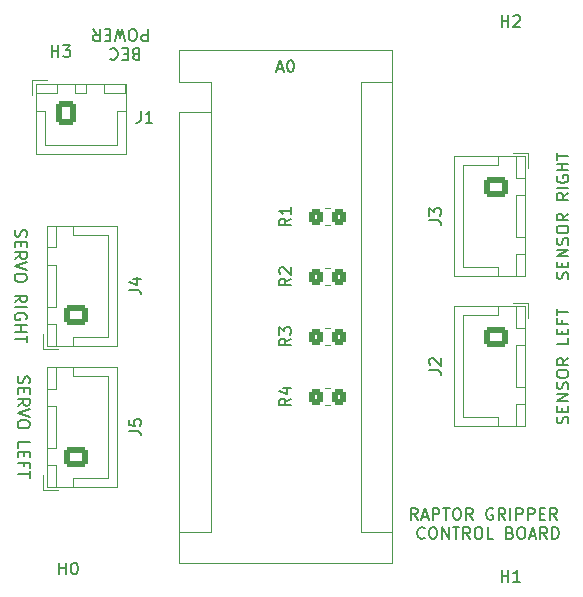
<source format=gto>
%TF.GenerationSoftware,KiCad,Pcbnew,(6.0.4-0)*%
%TF.CreationDate,2022-04-12T17:33:19+02:00*%
%TF.ProjectId,Raptor_Gripper_Board,52617074-6f72-45f4-9772-69707065725f,rev?*%
%TF.SameCoordinates,Original*%
%TF.FileFunction,Legend,Top*%
%TF.FilePolarity,Positive*%
%FSLAX46Y46*%
G04 Gerber Fmt 4.6, Leading zero omitted, Abs format (unit mm)*
G04 Created by KiCad (PCBNEW (6.0.4-0)) date 2022-04-12 17:33:19*
%MOMM*%
%LPD*%
G01*
G04 APERTURE LIST*
G04 Aperture macros list*
%AMRoundRect*
0 Rectangle with rounded corners*
0 $1 Rounding radius*
0 $2 $3 $4 $5 $6 $7 $8 $9 X,Y pos of 4 corners*
0 Add a 4 corners polygon primitive as box body*
4,1,4,$2,$3,$4,$5,$6,$7,$8,$9,$2,$3,0*
0 Add four circle primitives for the rounded corners*
1,1,$1+$1,$2,$3*
1,1,$1+$1,$4,$5*
1,1,$1+$1,$6,$7*
1,1,$1+$1,$8,$9*
0 Add four rect primitives between the rounded corners*
20,1,$1+$1,$2,$3,$4,$5,0*
20,1,$1+$1,$4,$5,$6,$7,0*
20,1,$1+$1,$6,$7,$8,$9,0*
20,1,$1+$1,$8,$9,$2,$3,0*%
G04 Aperture macros list end*
%ADD10C,0.150000*%
%ADD11C,0.120000*%
%ADD12C,3.800000*%
%ADD13C,2.600000*%
%ADD14RoundRect,0.250000X0.350000X0.450000X-0.350000X0.450000X-0.350000X-0.450000X0.350000X-0.450000X0*%
%ADD15RoundRect,0.250000X0.725000X-0.600000X0.725000X0.600000X-0.725000X0.600000X-0.725000X-0.600000X0*%
%ADD16O,1.950000X1.700000*%
%ADD17RoundRect,0.250000X-0.725000X0.600000X-0.725000X-0.600000X0.725000X-0.600000X0.725000X0.600000X0*%
%ADD18RoundRect,0.250000X-0.600000X-0.750000X0.600000X-0.750000X0.600000X0.750000X-0.600000X0.750000X0*%
%ADD19O,1.700000X2.000000*%
%ADD20O,1.600000X1.600000*%
%ADD21R,1.600000X1.600000*%
G04 APERTURE END LIST*
D10*
X88891904Y-47231428D02*
X88749047Y-47183809D01*
X88701428Y-47136190D01*
X88653809Y-47040952D01*
X88653809Y-46898095D01*
X88701428Y-46802857D01*
X88749047Y-46755238D01*
X88844285Y-46707619D01*
X89225238Y-46707619D01*
X89225238Y-47707619D01*
X88891904Y-47707619D01*
X88796666Y-47660000D01*
X88749047Y-47612380D01*
X88701428Y-47517142D01*
X88701428Y-47421904D01*
X88749047Y-47326666D01*
X88796666Y-47279047D01*
X88891904Y-47231428D01*
X89225238Y-47231428D01*
X88225238Y-47231428D02*
X87891904Y-47231428D01*
X87749047Y-46707619D02*
X88225238Y-46707619D01*
X88225238Y-47707619D01*
X87749047Y-47707619D01*
X86749047Y-46802857D02*
X86796666Y-46755238D01*
X86939523Y-46707619D01*
X87034761Y-46707619D01*
X87177619Y-46755238D01*
X87272857Y-46850476D01*
X87320476Y-46945714D01*
X87368095Y-47136190D01*
X87368095Y-47279047D01*
X87320476Y-47469523D01*
X87272857Y-47564761D01*
X87177619Y-47660000D01*
X87034761Y-47707619D01*
X86939523Y-47707619D01*
X86796666Y-47660000D01*
X86749047Y-47612380D01*
X89939523Y-45097619D02*
X89939523Y-46097619D01*
X89558571Y-46097619D01*
X89463333Y-46050000D01*
X89415714Y-46002380D01*
X89368095Y-45907142D01*
X89368095Y-45764285D01*
X89415714Y-45669047D01*
X89463333Y-45621428D01*
X89558571Y-45573809D01*
X89939523Y-45573809D01*
X88749047Y-46097619D02*
X88558571Y-46097619D01*
X88463333Y-46050000D01*
X88368095Y-45954761D01*
X88320476Y-45764285D01*
X88320476Y-45430952D01*
X88368095Y-45240476D01*
X88463333Y-45145238D01*
X88558571Y-45097619D01*
X88749047Y-45097619D01*
X88844285Y-45145238D01*
X88939523Y-45240476D01*
X88987142Y-45430952D01*
X88987142Y-45764285D01*
X88939523Y-45954761D01*
X88844285Y-46050000D01*
X88749047Y-46097619D01*
X87987142Y-46097619D02*
X87749047Y-45097619D01*
X87558571Y-45811904D01*
X87368095Y-45097619D01*
X87130000Y-46097619D01*
X86749047Y-45621428D02*
X86415714Y-45621428D01*
X86272857Y-45097619D02*
X86749047Y-45097619D01*
X86749047Y-46097619D01*
X86272857Y-46097619D01*
X85272857Y-45097619D02*
X85606190Y-45573809D01*
X85844285Y-45097619D02*
X85844285Y-46097619D01*
X85463333Y-46097619D01*
X85368095Y-46050000D01*
X85320476Y-46002380D01*
X85272857Y-45907142D01*
X85272857Y-45764285D01*
X85320476Y-45669047D01*
X85368095Y-45621428D01*
X85463333Y-45573809D01*
X85844285Y-45573809D01*
X125499761Y-78469523D02*
X125547380Y-78326666D01*
X125547380Y-78088571D01*
X125499761Y-77993333D01*
X125452142Y-77945714D01*
X125356904Y-77898095D01*
X125261666Y-77898095D01*
X125166428Y-77945714D01*
X125118809Y-77993333D01*
X125071190Y-78088571D01*
X125023571Y-78279047D01*
X124975952Y-78374285D01*
X124928333Y-78421904D01*
X124833095Y-78469523D01*
X124737857Y-78469523D01*
X124642619Y-78421904D01*
X124595000Y-78374285D01*
X124547380Y-78279047D01*
X124547380Y-78040952D01*
X124595000Y-77898095D01*
X125023571Y-77469523D02*
X125023571Y-77136190D01*
X125547380Y-76993333D02*
X125547380Y-77469523D01*
X124547380Y-77469523D01*
X124547380Y-76993333D01*
X125547380Y-76564761D02*
X124547380Y-76564761D01*
X125547380Y-75993333D01*
X124547380Y-75993333D01*
X125499761Y-75564761D02*
X125547380Y-75421904D01*
X125547380Y-75183809D01*
X125499761Y-75088571D01*
X125452142Y-75040952D01*
X125356904Y-74993333D01*
X125261666Y-74993333D01*
X125166428Y-75040952D01*
X125118809Y-75088571D01*
X125071190Y-75183809D01*
X125023571Y-75374285D01*
X124975952Y-75469523D01*
X124928333Y-75517142D01*
X124833095Y-75564761D01*
X124737857Y-75564761D01*
X124642619Y-75517142D01*
X124595000Y-75469523D01*
X124547380Y-75374285D01*
X124547380Y-75136190D01*
X124595000Y-74993333D01*
X124547380Y-74374285D02*
X124547380Y-74183809D01*
X124595000Y-74088571D01*
X124690238Y-73993333D01*
X124880714Y-73945714D01*
X125214047Y-73945714D01*
X125404523Y-73993333D01*
X125499761Y-74088571D01*
X125547380Y-74183809D01*
X125547380Y-74374285D01*
X125499761Y-74469523D01*
X125404523Y-74564761D01*
X125214047Y-74612380D01*
X124880714Y-74612380D01*
X124690238Y-74564761D01*
X124595000Y-74469523D01*
X124547380Y-74374285D01*
X125547380Y-72945714D02*
X125071190Y-73279047D01*
X125547380Y-73517142D02*
X124547380Y-73517142D01*
X124547380Y-73136190D01*
X124595000Y-73040952D01*
X124642619Y-72993333D01*
X124737857Y-72945714D01*
X124880714Y-72945714D01*
X124975952Y-72993333D01*
X125023571Y-73040952D01*
X125071190Y-73136190D01*
X125071190Y-73517142D01*
X125547380Y-71279047D02*
X125547380Y-71755238D01*
X124547380Y-71755238D01*
X125023571Y-70945714D02*
X125023571Y-70612380D01*
X125547380Y-70469523D02*
X125547380Y-70945714D01*
X124547380Y-70945714D01*
X124547380Y-70469523D01*
X125023571Y-69707619D02*
X125023571Y-70040952D01*
X125547380Y-70040952D02*
X124547380Y-70040952D01*
X124547380Y-69564761D01*
X124547380Y-69326666D02*
X124547380Y-68755238D01*
X125547380Y-69040952D02*
X124547380Y-69040952D01*
X125499761Y-66245714D02*
X125547380Y-66102857D01*
X125547380Y-65864761D01*
X125499761Y-65769523D01*
X125452142Y-65721904D01*
X125356904Y-65674285D01*
X125261666Y-65674285D01*
X125166428Y-65721904D01*
X125118809Y-65769523D01*
X125071190Y-65864761D01*
X125023571Y-66055238D01*
X124975952Y-66150476D01*
X124928333Y-66198095D01*
X124833095Y-66245714D01*
X124737857Y-66245714D01*
X124642619Y-66198095D01*
X124595000Y-66150476D01*
X124547380Y-66055238D01*
X124547380Y-65817142D01*
X124595000Y-65674285D01*
X125023571Y-65245714D02*
X125023571Y-64912380D01*
X125547380Y-64769523D02*
X125547380Y-65245714D01*
X124547380Y-65245714D01*
X124547380Y-64769523D01*
X125547380Y-64340952D02*
X124547380Y-64340952D01*
X125547380Y-63769523D01*
X124547380Y-63769523D01*
X125499761Y-63340952D02*
X125547380Y-63198095D01*
X125547380Y-62960000D01*
X125499761Y-62864761D01*
X125452142Y-62817142D01*
X125356904Y-62769523D01*
X125261666Y-62769523D01*
X125166428Y-62817142D01*
X125118809Y-62864761D01*
X125071190Y-62960000D01*
X125023571Y-63150476D01*
X124975952Y-63245714D01*
X124928333Y-63293333D01*
X124833095Y-63340952D01*
X124737857Y-63340952D01*
X124642619Y-63293333D01*
X124595000Y-63245714D01*
X124547380Y-63150476D01*
X124547380Y-62912380D01*
X124595000Y-62769523D01*
X124547380Y-62150476D02*
X124547380Y-61960000D01*
X124595000Y-61864761D01*
X124690238Y-61769523D01*
X124880714Y-61721904D01*
X125214047Y-61721904D01*
X125404523Y-61769523D01*
X125499761Y-61864761D01*
X125547380Y-61960000D01*
X125547380Y-62150476D01*
X125499761Y-62245714D01*
X125404523Y-62340952D01*
X125214047Y-62388571D01*
X124880714Y-62388571D01*
X124690238Y-62340952D01*
X124595000Y-62245714D01*
X124547380Y-62150476D01*
X125547380Y-60721904D02*
X125071190Y-61055238D01*
X125547380Y-61293333D02*
X124547380Y-61293333D01*
X124547380Y-60912380D01*
X124595000Y-60817142D01*
X124642619Y-60769523D01*
X124737857Y-60721904D01*
X124880714Y-60721904D01*
X124975952Y-60769523D01*
X125023571Y-60817142D01*
X125071190Y-60912380D01*
X125071190Y-61293333D01*
X125547380Y-58960000D02*
X125071190Y-59293333D01*
X125547380Y-59531428D02*
X124547380Y-59531428D01*
X124547380Y-59150476D01*
X124595000Y-59055238D01*
X124642619Y-59007619D01*
X124737857Y-58960000D01*
X124880714Y-58960000D01*
X124975952Y-59007619D01*
X125023571Y-59055238D01*
X125071190Y-59150476D01*
X125071190Y-59531428D01*
X125547380Y-58531428D02*
X124547380Y-58531428D01*
X124595000Y-57531428D02*
X124547380Y-57626666D01*
X124547380Y-57769523D01*
X124595000Y-57912380D01*
X124690238Y-58007619D01*
X124785476Y-58055238D01*
X124975952Y-58102857D01*
X125118809Y-58102857D01*
X125309285Y-58055238D01*
X125404523Y-58007619D01*
X125499761Y-57912380D01*
X125547380Y-57769523D01*
X125547380Y-57674285D01*
X125499761Y-57531428D01*
X125452142Y-57483809D01*
X125118809Y-57483809D01*
X125118809Y-57674285D01*
X125547380Y-57055238D02*
X124547380Y-57055238D01*
X125023571Y-57055238D02*
X125023571Y-56483809D01*
X125547380Y-56483809D02*
X124547380Y-56483809D01*
X124547380Y-56150476D02*
X124547380Y-55579047D01*
X125547380Y-55864761D02*
X124547380Y-55864761D01*
X78716238Y-62087714D02*
X78668619Y-62230571D01*
X78668619Y-62468666D01*
X78716238Y-62563904D01*
X78763857Y-62611523D01*
X78859095Y-62659142D01*
X78954333Y-62659142D01*
X79049571Y-62611523D01*
X79097190Y-62563904D01*
X79144809Y-62468666D01*
X79192428Y-62278190D01*
X79240047Y-62182952D01*
X79287666Y-62135333D01*
X79382904Y-62087714D01*
X79478142Y-62087714D01*
X79573380Y-62135333D01*
X79621000Y-62182952D01*
X79668619Y-62278190D01*
X79668619Y-62516285D01*
X79621000Y-62659142D01*
X79192428Y-63087714D02*
X79192428Y-63421047D01*
X78668619Y-63563904D02*
X78668619Y-63087714D01*
X79668619Y-63087714D01*
X79668619Y-63563904D01*
X78668619Y-64563904D02*
X79144809Y-64230571D01*
X78668619Y-63992476D02*
X79668619Y-63992476D01*
X79668619Y-64373428D01*
X79621000Y-64468666D01*
X79573380Y-64516285D01*
X79478142Y-64563904D01*
X79335285Y-64563904D01*
X79240047Y-64516285D01*
X79192428Y-64468666D01*
X79144809Y-64373428D01*
X79144809Y-63992476D01*
X79668619Y-64849619D02*
X78668619Y-65182952D01*
X79668619Y-65516285D01*
X79668619Y-66040095D02*
X79668619Y-66230571D01*
X79621000Y-66325809D01*
X79525761Y-66421047D01*
X79335285Y-66468666D01*
X79001952Y-66468666D01*
X78811476Y-66421047D01*
X78716238Y-66325809D01*
X78668619Y-66230571D01*
X78668619Y-66040095D01*
X78716238Y-65944857D01*
X78811476Y-65849619D01*
X79001952Y-65802000D01*
X79335285Y-65802000D01*
X79525761Y-65849619D01*
X79621000Y-65944857D01*
X79668619Y-66040095D01*
X78668619Y-68230571D02*
X79144809Y-67897238D01*
X78668619Y-67659142D02*
X79668619Y-67659142D01*
X79668619Y-68040095D01*
X79621000Y-68135333D01*
X79573380Y-68182952D01*
X79478142Y-68230571D01*
X79335285Y-68230571D01*
X79240047Y-68182952D01*
X79192428Y-68135333D01*
X79144809Y-68040095D01*
X79144809Y-67659142D01*
X78668619Y-68659142D02*
X79668619Y-68659142D01*
X79621000Y-69659142D02*
X79668619Y-69563904D01*
X79668619Y-69421047D01*
X79621000Y-69278190D01*
X79525761Y-69182952D01*
X79430523Y-69135333D01*
X79240047Y-69087714D01*
X79097190Y-69087714D01*
X78906714Y-69135333D01*
X78811476Y-69182952D01*
X78716238Y-69278190D01*
X78668619Y-69421047D01*
X78668619Y-69516285D01*
X78716238Y-69659142D01*
X78763857Y-69706761D01*
X79097190Y-69706761D01*
X79097190Y-69516285D01*
X78668619Y-70135333D02*
X79668619Y-70135333D01*
X79192428Y-70135333D02*
X79192428Y-70706761D01*
X78668619Y-70706761D02*
X79668619Y-70706761D01*
X79668619Y-71040095D02*
X79668619Y-71611523D01*
X78668619Y-71325809D02*
X79668619Y-71325809D01*
X78970238Y-74501904D02*
X78922619Y-74644761D01*
X78922619Y-74882857D01*
X78970238Y-74978095D01*
X79017857Y-75025714D01*
X79113095Y-75073333D01*
X79208333Y-75073333D01*
X79303571Y-75025714D01*
X79351190Y-74978095D01*
X79398809Y-74882857D01*
X79446428Y-74692380D01*
X79494047Y-74597142D01*
X79541666Y-74549523D01*
X79636904Y-74501904D01*
X79732142Y-74501904D01*
X79827380Y-74549523D01*
X79875000Y-74597142D01*
X79922619Y-74692380D01*
X79922619Y-74930476D01*
X79875000Y-75073333D01*
X79446428Y-75501904D02*
X79446428Y-75835238D01*
X78922619Y-75978095D02*
X78922619Y-75501904D01*
X79922619Y-75501904D01*
X79922619Y-75978095D01*
X78922619Y-76978095D02*
X79398809Y-76644761D01*
X78922619Y-76406666D02*
X79922619Y-76406666D01*
X79922619Y-76787619D01*
X79875000Y-76882857D01*
X79827380Y-76930476D01*
X79732142Y-76978095D01*
X79589285Y-76978095D01*
X79494047Y-76930476D01*
X79446428Y-76882857D01*
X79398809Y-76787619D01*
X79398809Y-76406666D01*
X79922619Y-77263809D02*
X78922619Y-77597142D01*
X79922619Y-77930476D01*
X79922619Y-78454285D02*
X79922619Y-78644761D01*
X79875000Y-78740000D01*
X79779761Y-78835238D01*
X79589285Y-78882857D01*
X79255952Y-78882857D01*
X79065476Y-78835238D01*
X78970238Y-78740000D01*
X78922619Y-78644761D01*
X78922619Y-78454285D01*
X78970238Y-78359047D01*
X79065476Y-78263809D01*
X79255952Y-78216190D01*
X79589285Y-78216190D01*
X79779761Y-78263809D01*
X79875000Y-78359047D01*
X79922619Y-78454285D01*
X78922619Y-80549523D02*
X78922619Y-80073333D01*
X79922619Y-80073333D01*
X79446428Y-80882857D02*
X79446428Y-81216190D01*
X78922619Y-81359047D02*
X78922619Y-80882857D01*
X79922619Y-80882857D01*
X79922619Y-81359047D01*
X79446428Y-82120952D02*
X79446428Y-81787619D01*
X78922619Y-81787619D02*
X79922619Y-81787619D01*
X79922619Y-82263809D01*
X79922619Y-82501904D02*
X79922619Y-83073333D01*
X78922619Y-82787619D02*
X79922619Y-82787619D01*
X112768809Y-86642380D02*
X112435476Y-86166190D01*
X112197380Y-86642380D02*
X112197380Y-85642380D01*
X112578333Y-85642380D01*
X112673571Y-85690000D01*
X112721190Y-85737619D01*
X112768809Y-85832857D01*
X112768809Y-85975714D01*
X112721190Y-86070952D01*
X112673571Y-86118571D01*
X112578333Y-86166190D01*
X112197380Y-86166190D01*
X113149761Y-86356666D02*
X113625952Y-86356666D01*
X113054523Y-86642380D02*
X113387857Y-85642380D01*
X113721190Y-86642380D01*
X114054523Y-86642380D02*
X114054523Y-85642380D01*
X114435476Y-85642380D01*
X114530714Y-85690000D01*
X114578333Y-85737619D01*
X114625952Y-85832857D01*
X114625952Y-85975714D01*
X114578333Y-86070952D01*
X114530714Y-86118571D01*
X114435476Y-86166190D01*
X114054523Y-86166190D01*
X114911666Y-85642380D02*
X115483095Y-85642380D01*
X115197380Y-86642380D02*
X115197380Y-85642380D01*
X116006904Y-85642380D02*
X116197380Y-85642380D01*
X116292619Y-85690000D01*
X116387857Y-85785238D01*
X116435476Y-85975714D01*
X116435476Y-86309047D01*
X116387857Y-86499523D01*
X116292619Y-86594761D01*
X116197380Y-86642380D01*
X116006904Y-86642380D01*
X115911666Y-86594761D01*
X115816428Y-86499523D01*
X115768809Y-86309047D01*
X115768809Y-85975714D01*
X115816428Y-85785238D01*
X115911666Y-85690000D01*
X116006904Y-85642380D01*
X117435476Y-86642380D02*
X117102142Y-86166190D01*
X116864047Y-86642380D02*
X116864047Y-85642380D01*
X117245000Y-85642380D01*
X117340238Y-85690000D01*
X117387857Y-85737619D01*
X117435476Y-85832857D01*
X117435476Y-85975714D01*
X117387857Y-86070952D01*
X117340238Y-86118571D01*
X117245000Y-86166190D01*
X116864047Y-86166190D01*
X119149761Y-85690000D02*
X119054523Y-85642380D01*
X118911666Y-85642380D01*
X118768809Y-85690000D01*
X118673571Y-85785238D01*
X118625952Y-85880476D01*
X118578333Y-86070952D01*
X118578333Y-86213809D01*
X118625952Y-86404285D01*
X118673571Y-86499523D01*
X118768809Y-86594761D01*
X118911666Y-86642380D01*
X119006904Y-86642380D01*
X119149761Y-86594761D01*
X119197380Y-86547142D01*
X119197380Y-86213809D01*
X119006904Y-86213809D01*
X120197380Y-86642380D02*
X119864047Y-86166190D01*
X119625952Y-86642380D02*
X119625952Y-85642380D01*
X120006904Y-85642380D01*
X120102142Y-85690000D01*
X120149761Y-85737619D01*
X120197380Y-85832857D01*
X120197380Y-85975714D01*
X120149761Y-86070952D01*
X120102142Y-86118571D01*
X120006904Y-86166190D01*
X119625952Y-86166190D01*
X120625952Y-86642380D02*
X120625952Y-85642380D01*
X121102142Y-86642380D02*
X121102142Y-85642380D01*
X121483095Y-85642380D01*
X121578333Y-85690000D01*
X121625952Y-85737619D01*
X121673571Y-85832857D01*
X121673571Y-85975714D01*
X121625952Y-86070952D01*
X121578333Y-86118571D01*
X121483095Y-86166190D01*
X121102142Y-86166190D01*
X122102142Y-86642380D02*
X122102142Y-85642380D01*
X122483095Y-85642380D01*
X122578333Y-85690000D01*
X122625952Y-85737619D01*
X122673571Y-85832857D01*
X122673571Y-85975714D01*
X122625952Y-86070952D01*
X122578333Y-86118571D01*
X122483095Y-86166190D01*
X122102142Y-86166190D01*
X123102142Y-86118571D02*
X123435476Y-86118571D01*
X123578333Y-86642380D02*
X123102142Y-86642380D01*
X123102142Y-85642380D01*
X123578333Y-85642380D01*
X124578333Y-86642380D02*
X124245000Y-86166190D01*
X124006904Y-86642380D02*
X124006904Y-85642380D01*
X124387857Y-85642380D01*
X124483095Y-85690000D01*
X124530714Y-85737619D01*
X124578333Y-85832857D01*
X124578333Y-85975714D01*
X124530714Y-86070952D01*
X124483095Y-86118571D01*
X124387857Y-86166190D01*
X124006904Y-86166190D01*
X113364047Y-88157142D02*
X113316428Y-88204761D01*
X113173571Y-88252380D01*
X113078333Y-88252380D01*
X112935476Y-88204761D01*
X112840238Y-88109523D01*
X112792619Y-88014285D01*
X112745000Y-87823809D01*
X112745000Y-87680952D01*
X112792619Y-87490476D01*
X112840238Y-87395238D01*
X112935476Y-87300000D01*
X113078333Y-87252380D01*
X113173571Y-87252380D01*
X113316428Y-87300000D01*
X113364047Y-87347619D01*
X113983095Y-87252380D02*
X114173571Y-87252380D01*
X114268809Y-87300000D01*
X114364047Y-87395238D01*
X114411666Y-87585714D01*
X114411666Y-87919047D01*
X114364047Y-88109523D01*
X114268809Y-88204761D01*
X114173571Y-88252380D01*
X113983095Y-88252380D01*
X113887857Y-88204761D01*
X113792619Y-88109523D01*
X113745000Y-87919047D01*
X113745000Y-87585714D01*
X113792619Y-87395238D01*
X113887857Y-87300000D01*
X113983095Y-87252380D01*
X114840238Y-88252380D02*
X114840238Y-87252380D01*
X115411666Y-88252380D01*
X115411666Y-87252380D01*
X115745000Y-87252380D02*
X116316428Y-87252380D01*
X116030714Y-88252380D02*
X116030714Y-87252380D01*
X117221190Y-88252380D02*
X116887857Y-87776190D01*
X116649761Y-88252380D02*
X116649761Y-87252380D01*
X117030714Y-87252380D01*
X117125952Y-87300000D01*
X117173571Y-87347619D01*
X117221190Y-87442857D01*
X117221190Y-87585714D01*
X117173571Y-87680952D01*
X117125952Y-87728571D01*
X117030714Y-87776190D01*
X116649761Y-87776190D01*
X117840238Y-87252380D02*
X118030714Y-87252380D01*
X118125952Y-87300000D01*
X118221190Y-87395238D01*
X118268809Y-87585714D01*
X118268809Y-87919047D01*
X118221190Y-88109523D01*
X118125952Y-88204761D01*
X118030714Y-88252380D01*
X117840238Y-88252380D01*
X117745000Y-88204761D01*
X117649761Y-88109523D01*
X117602142Y-87919047D01*
X117602142Y-87585714D01*
X117649761Y-87395238D01*
X117745000Y-87300000D01*
X117840238Y-87252380D01*
X119173571Y-88252380D02*
X118697380Y-88252380D01*
X118697380Y-87252380D01*
X120602142Y-87728571D02*
X120745000Y-87776190D01*
X120792619Y-87823809D01*
X120840238Y-87919047D01*
X120840238Y-88061904D01*
X120792619Y-88157142D01*
X120745000Y-88204761D01*
X120649761Y-88252380D01*
X120268809Y-88252380D01*
X120268809Y-87252380D01*
X120602142Y-87252380D01*
X120697380Y-87300000D01*
X120745000Y-87347619D01*
X120792619Y-87442857D01*
X120792619Y-87538095D01*
X120745000Y-87633333D01*
X120697380Y-87680952D01*
X120602142Y-87728571D01*
X120268809Y-87728571D01*
X121459285Y-87252380D02*
X121649761Y-87252380D01*
X121745000Y-87300000D01*
X121840238Y-87395238D01*
X121887857Y-87585714D01*
X121887857Y-87919047D01*
X121840238Y-88109523D01*
X121745000Y-88204761D01*
X121649761Y-88252380D01*
X121459285Y-88252380D01*
X121364047Y-88204761D01*
X121268809Y-88109523D01*
X121221190Y-87919047D01*
X121221190Y-87585714D01*
X121268809Y-87395238D01*
X121364047Y-87300000D01*
X121459285Y-87252380D01*
X122268809Y-87966666D02*
X122745000Y-87966666D01*
X122173571Y-88252380D02*
X122506904Y-87252380D01*
X122840238Y-88252380D01*
X123745000Y-88252380D02*
X123411666Y-87776190D01*
X123173571Y-88252380D02*
X123173571Y-87252380D01*
X123554523Y-87252380D01*
X123649761Y-87300000D01*
X123697380Y-87347619D01*
X123745000Y-87442857D01*
X123745000Y-87585714D01*
X123697380Y-87680952D01*
X123649761Y-87728571D01*
X123554523Y-87776190D01*
X123173571Y-87776190D01*
X124173571Y-88252380D02*
X124173571Y-87252380D01*
X124411666Y-87252380D01*
X124554523Y-87300000D01*
X124649761Y-87395238D01*
X124697380Y-87490476D01*
X124745000Y-87680952D01*
X124745000Y-87823809D01*
X124697380Y-88014285D01*
X124649761Y-88109523D01*
X124554523Y-88204761D01*
X124411666Y-88252380D01*
X124173571Y-88252380D01*
%TO.C,H3*%
X81788095Y-47442380D02*
X81788095Y-46442380D01*
X81788095Y-46918571D02*
X82359523Y-46918571D01*
X82359523Y-47442380D02*
X82359523Y-46442380D01*
X82740476Y-46442380D02*
X83359523Y-46442380D01*
X83026190Y-46823333D01*
X83169047Y-46823333D01*
X83264285Y-46870952D01*
X83311904Y-46918571D01*
X83359523Y-47013809D01*
X83359523Y-47251904D01*
X83311904Y-47347142D01*
X83264285Y-47394761D01*
X83169047Y-47442380D01*
X82883333Y-47442380D01*
X82788095Y-47394761D01*
X82740476Y-47347142D01*
%TO.C,H2*%
X119888095Y-44902380D02*
X119888095Y-43902380D01*
X119888095Y-44378571D02*
X120459523Y-44378571D01*
X120459523Y-44902380D02*
X120459523Y-43902380D01*
X120888095Y-43997619D02*
X120935714Y-43950000D01*
X121030952Y-43902380D01*
X121269047Y-43902380D01*
X121364285Y-43950000D01*
X121411904Y-43997619D01*
X121459523Y-44092857D01*
X121459523Y-44188095D01*
X121411904Y-44330952D01*
X120840476Y-44902380D01*
X121459523Y-44902380D01*
%TO.C,H1*%
X119888095Y-91892380D02*
X119888095Y-90892380D01*
X119888095Y-91368571D02*
X120459523Y-91368571D01*
X120459523Y-91892380D02*
X120459523Y-90892380D01*
X121459523Y-91892380D02*
X120888095Y-91892380D01*
X121173809Y-91892380D02*
X121173809Y-90892380D01*
X121078571Y-91035238D01*
X120983333Y-91130476D01*
X120888095Y-91178095D01*
%TO.C,H0*%
X82423095Y-91257380D02*
X82423095Y-90257380D01*
X82423095Y-90733571D02*
X82994523Y-90733571D01*
X82994523Y-91257380D02*
X82994523Y-90257380D01*
X83661190Y-90257380D02*
X83756428Y-90257380D01*
X83851666Y-90305000D01*
X83899285Y-90352619D01*
X83946904Y-90447857D01*
X83994523Y-90638333D01*
X83994523Y-90876428D01*
X83946904Y-91066904D01*
X83899285Y-91162142D01*
X83851666Y-91209761D01*
X83756428Y-91257380D01*
X83661190Y-91257380D01*
X83565952Y-91209761D01*
X83518333Y-91162142D01*
X83470714Y-91066904D01*
X83423095Y-90876428D01*
X83423095Y-90638333D01*
X83470714Y-90447857D01*
X83518333Y-90352619D01*
X83565952Y-90305000D01*
X83661190Y-90257380D01*
%TO.C,R4*%
X102052380Y-76366666D02*
X101576190Y-76700000D01*
X102052380Y-76938095D02*
X101052380Y-76938095D01*
X101052380Y-76557142D01*
X101100000Y-76461904D01*
X101147619Y-76414285D01*
X101242857Y-76366666D01*
X101385714Y-76366666D01*
X101480952Y-76414285D01*
X101528571Y-76461904D01*
X101576190Y-76557142D01*
X101576190Y-76938095D01*
X101385714Y-75509523D02*
X102052380Y-75509523D01*
X101004761Y-75747619D02*
X101719047Y-75985714D01*
X101719047Y-75366666D01*
%TO.C,R3*%
X102052380Y-71286666D02*
X101576190Y-71620000D01*
X102052380Y-71858095D02*
X101052380Y-71858095D01*
X101052380Y-71477142D01*
X101100000Y-71381904D01*
X101147619Y-71334285D01*
X101242857Y-71286666D01*
X101385714Y-71286666D01*
X101480952Y-71334285D01*
X101528571Y-71381904D01*
X101576190Y-71477142D01*
X101576190Y-71858095D01*
X101052380Y-70953333D02*
X101052380Y-70334285D01*
X101433333Y-70667619D01*
X101433333Y-70524761D01*
X101480952Y-70429523D01*
X101528571Y-70381904D01*
X101623809Y-70334285D01*
X101861904Y-70334285D01*
X101957142Y-70381904D01*
X102004761Y-70429523D01*
X102052380Y-70524761D01*
X102052380Y-70810476D01*
X102004761Y-70905714D01*
X101957142Y-70953333D01*
%TO.C,R2*%
X102052380Y-66206666D02*
X101576190Y-66540000D01*
X102052380Y-66778095D02*
X101052380Y-66778095D01*
X101052380Y-66397142D01*
X101100000Y-66301904D01*
X101147619Y-66254285D01*
X101242857Y-66206666D01*
X101385714Y-66206666D01*
X101480952Y-66254285D01*
X101528571Y-66301904D01*
X101576190Y-66397142D01*
X101576190Y-66778095D01*
X101147619Y-65825714D02*
X101100000Y-65778095D01*
X101052380Y-65682857D01*
X101052380Y-65444761D01*
X101100000Y-65349523D01*
X101147619Y-65301904D01*
X101242857Y-65254285D01*
X101338095Y-65254285D01*
X101480952Y-65301904D01*
X102052380Y-65873333D01*
X102052380Y-65254285D01*
%TO.C,R1*%
X102052380Y-61126666D02*
X101576190Y-61460000D01*
X102052380Y-61698095D02*
X101052380Y-61698095D01*
X101052380Y-61317142D01*
X101100000Y-61221904D01*
X101147619Y-61174285D01*
X101242857Y-61126666D01*
X101385714Y-61126666D01*
X101480952Y-61174285D01*
X101528571Y-61221904D01*
X101576190Y-61317142D01*
X101576190Y-61698095D01*
X102052380Y-60174285D02*
X102052380Y-60745714D01*
X102052380Y-60460000D02*
X101052380Y-60460000D01*
X101195238Y-60555238D01*
X101290476Y-60650476D01*
X101338095Y-60745714D01*
%TO.C,J5*%
X88352380Y-79113333D02*
X89066666Y-79113333D01*
X89209523Y-79160952D01*
X89304761Y-79256190D01*
X89352380Y-79399047D01*
X89352380Y-79494285D01*
X88352380Y-78160952D02*
X88352380Y-78637142D01*
X88828571Y-78684761D01*
X88780952Y-78637142D01*
X88733333Y-78541904D01*
X88733333Y-78303809D01*
X88780952Y-78208571D01*
X88828571Y-78160952D01*
X88923809Y-78113333D01*
X89161904Y-78113333D01*
X89257142Y-78160952D01*
X89304761Y-78208571D01*
X89352380Y-78303809D01*
X89352380Y-78541904D01*
X89304761Y-78637142D01*
X89257142Y-78684761D01*
%TO.C,J4*%
X88352380Y-67163333D02*
X89066666Y-67163333D01*
X89209523Y-67210952D01*
X89304761Y-67306190D01*
X89352380Y-67449047D01*
X89352380Y-67544285D01*
X88685714Y-66258571D02*
X89352380Y-66258571D01*
X88304761Y-66496666D02*
X89019047Y-66734761D01*
X89019047Y-66115714D01*
%TO.C,J3*%
X113752380Y-61253333D02*
X114466666Y-61253333D01*
X114609523Y-61300952D01*
X114704761Y-61396190D01*
X114752380Y-61539047D01*
X114752380Y-61634285D01*
X113752380Y-60872380D02*
X113752380Y-60253333D01*
X114133333Y-60586666D01*
X114133333Y-60443809D01*
X114180952Y-60348571D01*
X114228571Y-60300952D01*
X114323809Y-60253333D01*
X114561904Y-60253333D01*
X114657142Y-60300952D01*
X114704761Y-60348571D01*
X114752380Y-60443809D01*
X114752380Y-60729523D01*
X114704761Y-60824761D01*
X114657142Y-60872380D01*
%TO.C,J2*%
X113752380Y-73953333D02*
X114466666Y-73953333D01*
X114609523Y-74000952D01*
X114704761Y-74096190D01*
X114752380Y-74239047D01*
X114752380Y-74334285D01*
X113847619Y-73524761D02*
X113800000Y-73477142D01*
X113752380Y-73381904D01*
X113752380Y-73143809D01*
X113800000Y-73048571D01*
X113847619Y-73000952D01*
X113942857Y-72953333D01*
X114038095Y-72953333D01*
X114180952Y-73000952D01*
X114752380Y-73572380D01*
X114752380Y-72953333D01*
%TO.C,J1*%
X89328666Y-52030380D02*
X89328666Y-52744666D01*
X89281047Y-52887523D01*
X89185809Y-52982761D01*
X89042952Y-53030380D01*
X88947714Y-53030380D01*
X90328666Y-53030380D02*
X89757238Y-53030380D01*
X90042952Y-53030380D02*
X90042952Y-52030380D01*
X89947714Y-52173238D01*
X89852476Y-52268476D01*
X89757238Y-52316095D01*
%TO.C,A0*%
X100885714Y-48426666D02*
X101361904Y-48426666D01*
X100790476Y-48712380D02*
X101123809Y-47712380D01*
X101457142Y-48712380D01*
X101980952Y-47712380D02*
X102076190Y-47712380D01*
X102171428Y-47760000D01*
X102219047Y-47807619D01*
X102266666Y-47902857D01*
X102314285Y-48093333D01*
X102314285Y-48331428D01*
X102266666Y-48521904D01*
X102219047Y-48617142D01*
X102171428Y-48664761D01*
X102076190Y-48712380D01*
X101980952Y-48712380D01*
X101885714Y-48664761D01*
X101838095Y-48617142D01*
X101790476Y-48521904D01*
X101742857Y-48331428D01*
X101742857Y-48093333D01*
X101790476Y-47902857D01*
X101838095Y-47807619D01*
X101885714Y-47760000D01*
X101980952Y-47712380D01*
D11*
%TO.C,R4*%
X105367064Y-76935000D02*
X104912936Y-76935000D01*
X105367064Y-75465000D02*
X104912936Y-75465000D01*
%TO.C,R3*%
X105367064Y-70385000D02*
X104912936Y-70385000D01*
X105367064Y-71855000D02*
X104912936Y-71855000D01*
%TO.C,R2*%
X105367064Y-65305000D02*
X104912936Y-65305000D01*
X105367064Y-66775000D02*
X104912936Y-66775000D01*
%TO.C,R1*%
X105367064Y-61695000D02*
X104912936Y-61695000D01*
X105367064Y-60225000D02*
X104912936Y-60225000D01*
%TO.C,J5*%
X86570000Y-74480000D02*
X86570000Y-78780000D01*
X81370000Y-73730000D02*
X81370000Y-75530000D01*
X81370000Y-82030000D02*
X81370000Y-83830000D01*
X81370000Y-75530000D02*
X82120000Y-75530000D01*
X83620000Y-73730000D02*
X83620000Y-74480000D01*
X83620000Y-74480000D02*
X86570000Y-74480000D01*
X81370000Y-77030000D02*
X81370000Y-80530000D01*
X82120000Y-73730000D02*
X81370000Y-73730000D01*
X81070000Y-82880000D02*
X81070000Y-84130000D01*
X81360000Y-73720000D02*
X81360000Y-83840000D01*
X81370000Y-83830000D02*
X82120000Y-83830000D01*
X86570000Y-83080000D02*
X86570000Y-78780000D01*
X82120000Y-77030000D02*
X81370000Y-77030000D01*
X81360000Y-83840000D02*
X87330000Y-83840000D01*
X83620000Y-83830000D02*
X83620000Y-83080000D01*
X83620000Y-83080000D02*
X86570000Y-83080000D01*
X82120000Y-75530000D02*
X82120000Y-73730000D01*
X82120000Y-82030000D02*
X81370000Y-82030000D01*
X81370000Y-80530000D02*
X82120000Y-80530000D01*
X87330000Y-73720000D02*
X81360000Y-73720000D01*
X82120000Y-83830000D02*
X82120000Y-82030000D01*
X82120000Y-80530000D02*
X82120000Y-77030000D01*
X87330000Y-83840000D02*
X87330000Y-73720000D01*
X81070000Y-84130000D02*
X82320000Y-84130000D01*
%TO.C,J4*%
X81070000Y-72180000D02*
X82320000Y-72180000D01*
X87330000Y-71890000D02*
X87330000Y-61770000D01*
X82120000Y-68580000D02*
X82120000Y-65080000D01*
X82120000Y-71880000D02*
X82120000Y-70080000D01*
X87330000Y-61770000D02*
X81360000Y-61770000D01*
X81370000Y-68580000D02*
X82120000Y-68580000D01*
X82120000Y-70080000D02*
X81370000Y-70080000D01*
X82120000Y-63580000D02*
X82120000Y-61780000D01*
X83620000Y-71130000D02*
X86570000Y-71130000D01*
X83620000Y-71880000D02*
X83620000Y-71130000D01*
X81360000Y-71890000D02*
X87330000Y-71890000D01*
X82120000Y-65080000D02*
X81370000Y-65080000D01*
X86570000Y-71130000D02*
X86570000Y-66830000D01*
X81370000Y-71880000D02*
X82120000Y-71880000D01*
X81360000Y-61770000D02*
X81360000Y-71890000D01*
X81070000Y-70930000D02*
X81070000Y-72180000D01*
X82120000Y-61780000D02*
X81370000Y-61780000D01*
X81370000Y-65080000D02*
X81370000Y-68580000D01*
X83620000Y-62530000D02*
X86570000Y-62530000D01*
X83620000Y-61780000D02*
X83620000Y-62530000D01*
X81370000Y-63580000D02*
X82120000Y-63580000D01*
X81370000Y-70080000D02*
X81370000Y-71880000D01*
X81370000Y-61780000D02*
X81370000Y-63580000D01*
X86570000Y-62530000D02*
X86570000Y-66830000D01*
%TO.C,J3*%
X122130000Y-55570000D02*
X120880000Y-55570000D01*
X115870000Y-55860000D02*
X115870000Y-65980000D01*
X121080000Y-59170000D02*
X121080000Y-62670000D01*
X121080000Y-55870000D02*
X121080000Y-57670000D01*
X115870000Y-65980000D02*
X121840000Y-65980000D01*
X121830000Y-59170000D02*
X121080000Y-59170000D01*
X121080000Y-57670000D02*
X121830000Y-57670000D01*
X121080000Y-64170000D02*
X121080000Y-65970000D01*
X119580000Y-56620000D02*
X116630000Y-56620000D01*
X119580000Y-55870000D02*
X119580000Y-56620000D01*
X121840000Y-55860000D02*
X115870000Y-55860000D01*
X121080000Y-62670000D02*
X121830000Y-62670000D01*
X116630000Y-56620000D02*
X116630000Y-60920000D01*
X121830000Y-55870000D02*
X121080000Y-55870000D01*
X121840000Y-65980000D02*
X121840000Y-55860000D01*
X122130000Y-56820000D02*
X122130000Y-55570000D01*
X121080000Y-65970000D02*
X121830000Y-65970000D01*
X121830000Y-62670000D02*
X121830000Y-59170000D01*
X119580000Y-65220000D02*
X116630000Y-65220000D01*
X119580000Y-65970000D02*
X119580000Y-65220000D01*
X121830000Y-64170000D02*
X121080000Y-64170000D01*
X121830000Y-57670000D02*
X121830000Y-55870000D01*
X121830000Y-65970000D02*
X121830000Y-64170000D01*
X116630000Y-65220000D02*
X116630000Y-60920000D01*
%TO.C,J2*%
X122130000Y-68270000D02*
X120880000Y-68270000D01*
X115870000Y-68560000D02*
X115870000Y-78680000D01*
X121080000Y-71870000D02*
X121080000Y-75370000D01*
X121080000Y-68570000D02*
X121080000Y-70370000D01*
X115870000Y-78680000D02*
X121840000Y-78680000D01*
X121830000Y-71870000D02*
X121080000Y-71870000D01*
X121080000Y-70370000D02*
X121830000Y-70370000D01*
X121080000Y-76870000D02*
X121080000Y-78670000D01*
X119580000Y-69320000D02*
X116630000Y-69320000D01*
X119580000Y-68570000D02*
X119580000Y-69320000D01*
X121840000Y-68560000D02*
X115870000Y-68560000D01*
X121080000Y-75370000D02*
X121830000Y-75370000D01*
X116630000Y-69320000D02*
X116630000Y-73620000D01*
X121830000Y-68570000D02*
X121080000Y-68570000D01*
X121840000Y-78680000D02*
X121840000Y-68560000D01*
X122130000Y-69520000D02*
X122130000Y-68270000D01*
X121080000Y-78670000D02*
X121830000Y-78670000D01*
X121830000Y-75370000D02*
X121830000Y-71870000D01*
X119580000Y-77920000D02*
X116630000Y-77920000D01*
X119580000Y-78670000D02*
X119580000Y-77920000D01*
X121830000Y-76870000D02*
X121080000Y-76870000D01*
X121830000Y-70370000D02*
X121830000Y-68570000D01*
X121830000Y-78670000D02*
X121830000Y-76870000D01*
X116630000Y-77920000D02*
X116630000Y-73620000D01*
%TO.C,J1*%
X88040000Y-51990000D02*
X87290000Y-51990000D01*
X87290000Y-51990000D02*
X87290000Y-54940000D01*
X87290000Y-54940000D02*
X84240000Y-54940000D01*
X81190000Y-51990000D02*
X81190000Y-54940000D01*
X84740000Y-49740000D02*
X83740000Y-49740000D01*
X83740000Y-49740000D02*
X83740000Y-50490000D01*
X83740000Y-50490000D02*
X84740000Y-50490000D01*
X86240000Y-50490000D02*
X88040000Y-50490000D01*
X88040000Y-49740000D02*
X86240000Y-49740000D01*
X80140000Y-49440000D02*
X80140000Y-50690000D01*
X80430000Y-49730000D02*
X80430000Y-55700000D01*
X80440000Y-49740000D02*
X80440000Y-50490000D01*
X80430000Y-55700000D02*
X88050000Y-55700000D01*
X84740000Y-50490000D02*
X84740000Y-49740000D01*
X80440000Y-51990000D02*
X81190000Y-51990000D01*
X80440000Y-50490000D02*
X82240000Y-50490000D01*
X81390000Y-49440000D02*
X80140000Y-49440000D01*
X88040000Y-50490000D02*
X88040000Y-49740000D01*
X82240000Y-49740000D02*
X80440000Y-49740000D01*
X88050000Y-49730000D02*
X80430000Y-49730000D01*
X81190000Y-54940000D02*
X84240000Y-54940000D01*
X86240000Y-49740000D02*
X86240000Y-50490000D01*
X88050000Y-55700000D02*
X88050000Y-49730000D01*
X82240000Y-50490000D02*
X82240000Y-49740000D01*
%TO.C,A0*%
X95250000Y-52070000D02*
X95250000Y-87630000D01*
X92580000Y-46860000D02*
X92580000Y-49530000D01*
X92580000Y-90300000D02*
X110620000Y-90300000D01*
X110620000Y-46860000D02*
X92580000Y-46860000D01*
X95250000Y-52070000D02*
X92580000Y-52070000D01*
X107950000Y-49530000D02*
X110620000Y-49530000D01*
X107950000Y-87630000D02*
X110620000Y-87630000D01*
X95250000Y-52070000D02*
X95250000Y-49530000D01*
X107950000Y-49530000D02*
X107950000Y-87630000D01*
X95250000Y-87630000D02*
X92580000Y-87630000D01*
X92580000Y-52070000D02*
X92580000Y-90300000D01*
X110620000Y-90300000D02*
X110620000Y-46860000D01*
X95250000Y-49530000D02*
X92580000Y-49530000D01*
%TD*%
%LPC*%
D12*
%TO.C,H3*%
X79375000Y-45720000D03*
D13*
X79375000Y-45720000D03*
%TD*%
%TO.C,H2*%
X124460000Y-45720000D03*
D12*
X124460000Y-45720000D03*
%TD*%
%TO.C,H1*%
X124460000Y-92075000D03*
D13*
X124460000Y-92075000D03*
%TD*%
D12*
%TO.C,H0*%
X79375000Y-92075000D03*
D13*
X79375000Y-92075000D03*
%TD*%
D14*
%TO.C,R4*%
X106140000Y-76200000D03*
X104140000Y-76200000D03*
%TD*%
%TO.C,R3*%
X104140000Y-71120000D03*
X106140000Y-71120000D03*
%TD*%
%TO.C,R2*%
X104140000Y-66040000D03*
X106140000Y-66040000D03*
%TD*%
%TO.C,R1*%
X106140000Y-60960000D03*
X104140000Y-60960000D03*
%TD*%
D15*
%TO.C,J5*%
X83820000Y-81280000D03*
D16*
X83820000Y-78780000D03*
X83820000Y-76280000D03*
%TD*%
%TO.C,J4*%
X83820000Y-64330000D03*
X83820000Y-66830000D03*
D15*
X83820000Y-69330000D03*
%TD*%
D16*
%TO.C,J3*%
X119380000Y-63420000D03*
X119380000Y-60920000D03*
D17*
X119380000Y-58420000D03*
%TD*%
D16*
%TO.C,J2*%
X119380000Y-76120000D03*
X119380000Y-73620000D03*
D17*
X119380000Y-71120000D03*
%TD*%
D18*
%TO.C,J1*%
X82990000Y-52190000D03*
D19*
X85490000Y-52190000D03*
%TD*%
D20*
%TO.C,A0*%
X109220000Y-50800000D03*
X109220000Y-53340000D03*
X109220000Y-55880000D03*
X109220000Y-58420000D03*
X109220000Y-60960000D03*
X109220000Y-63500000D03*
X109220000Y-66040000D03*
X109220000Y-68580000D03*
X109220000Y-71120000D03*
X109220000Y-73660000D03*
X109220000Y-76200000D03*
X109220000Y-78740000D03*
X109220000Y-81280000D03*
X109220000Y-83820000D03*
X109220000Y-86360000D03*
X93980000Y-86360000D03*
X93980000Y-83820000D03*
X93980000Y-81280000D03*
X93980000Y-78740000D03*
X93980000Y-76200000D03*
X93980000Y-73660000D03*
X93980000Y-71120000D03*
X93980000Y-68580000D03*
X93980000Y-66040000D03*
X93980000Y-63500000D03*
X93980000Y-60960000D03*
X93980000Y-58420000D03*
X93980000Y-55880000D03*
X93980000Y-53340000D03*
D21*
X93980000Y-50800000D03*
%TD*%
M02*

</source>
